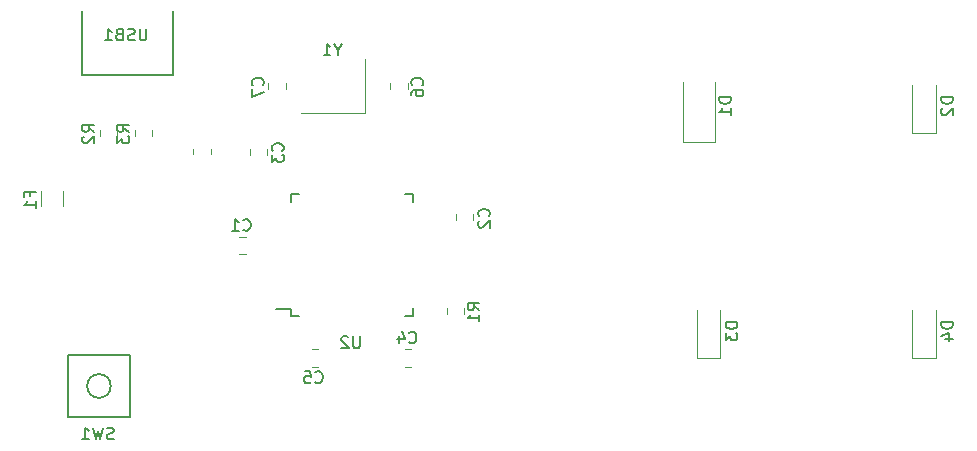
<source format=gbr>
%TF.GenerationSoftware,KiCad,Pcbnew,7.0.3*%
%TF.CreationDate,2023-05-18T14:52:35-04:00*%
%TF.ProjectId,ai03-pcb-guide,61693033-2d70-4636-922d-67756964652e,rev?*%
%TF.SameCoordinates,Original*%
%TF.FileFunction,Legend,Bot*%
%TF.FilePolarity,Positive*%
%FSLAX46Y46*%
G04 Gerber Fmt 4.6, Leading zero omitted, Abs format (unit mm)*
G04 Created by KiCad (PCBNEW 7.0.3) date 2023-05-18 14:52:35*
%MOMM*%
%LPD*%
G01*
G04 APERTURE LIST*
%ADD10C,0.150000*%
%ADD11C,0.120000*%
G04 APERTURE END LIST*
D10*
%TO.C,C1*%
X58255482Y-72498330D02*
X58303101Y-72545950D01*
X58303101Y-72545950D02*
X58445958Y-72593569D01*
X58445958Y-72593569D02*
X58541196Y-72593569D01*
X58541196Y-72593569D02*
X58684053Y-72545950D01*
X58684053Y-72545950D02*
X58779291Y-72450711D01*
X58779291Y-72450711D02*
X58826910Y-72355473D01*
X58826910Y-72355473D02*
X58874529Y-72164997D01*
X58874529Y-72164997D02*
X58874529Y-72022140D01*
X58874529Y-72022140D02*
X58826910Y-71831664D01*
X58826910Y-71831664D02*
X58779291Y-71736426D01*
X58779291Y-71736426D02*
X58684053Y-71641188D01*
X58684053Y-71641188D02*
X58541196Y-71593569D01*
X58541196Y-71593569D02*
X58445958Y-71593569D01*
X58445958Y-71593569D02*
X58303101Y-71641188D01*
X58303101Y-71641188D02*
X58255482Y-71688807D01*
X57303101Y-72593569D02*
X57874529Y-72593569D01*
X57588815Y-72593569D02*
X57588815Y-71593569D01*
X57588815Y-71593569D02*
X57684053Y-71736426D01*
X57684053Y-71736426D02*
X57779291Y-71831664D01*
X57779291Y-71831664D02*
X57874529Y-71879283D01*
%TO.C,D1*%
X99542319Y-61273089D02*
X98542319Y-61273089D01*
X98542319Y-61273089D02*
X98542319Y-61511184D01*
X98542319Y-61511184D02*
X98589938Y-61654041D01*
X98589938Y-61654041D02*
X98685176Y-61749279D01*
X98685176Y-61749279D02*
X98780414Y-61796898D01*
X98780414Y-61796898D02*
X98970890Y-61844517D01*
X98970890Y-61844517D02*
X99113747Y-61844517D01*
X99113747Y-61844517D02*
X99304223Y-61796898D01*
X99304223Y-61796898D02*
X99399461Y-61749279D01*
X99399461Y-61749279D02*
X99494700Y-61654041D01*
X99494700Y-61654041D02*
X99542319Y-61511184D01*
X99542319Y-61511184D02*
X99542319Y-61273089D01*
X99542319Y-62796898D02*
X99542319Y-62225470D01*
X99542319Y-62511184D02*
X98542319Y-62511184D01*
X98542319Y-62511184D02*
X98685176Y-62415946D01*
X98685176Y-62415946D02*
X98780414Y-62320708D01*
X98780414Y-62320708D02*
X98828033Y-62225470D01*
%TO.C,C3*%
X61570830Y-65813267D02*
X61618450Y-65765648D01*
X61618450Y-65765648D02*
X61666069Y-65622791D01*
X61666069Y-65622791D02*
X61666069Y-65527553D01*
X61666069Y-65527553D02*
X61618450Y-65384696D01*
X61618450Y-65384696D02*
X61523211Y-65289458D01*
X61523211Y-65289458D02*
X61427973Y-65241839D01*
X61427973Y-65241839D02*
X61237497Y-65194220D01*
X61237497Y-65194220D02*
X61094640Y-65194220D01*
X61094640Y-65194220D02*
X60904164Y-65241839D01*
X60904164Y-65241839D02*
X60808926Y-65289458D01*
X60808926Y-65289458D02*
X60713688Y-65384696D01*
X60713688Y-65384696D02*
X60666069Y-65527553D01*
X60666069Y-65527553D02*
X60666069Y-65622791D01*
X60666069Y-65622791D02*
X60713688Y-65765648D01*
X60713688Y-65765648D02*
X60761307Y-65813267D01*
X60666069Y-66146601D02*
X60666069Y-66765648D01*
X60666069Y-66765648D02*
X61047021Y-66432315D01*
X61047021Y-66432315D02*
X61047021Y-66575172D01*
X61047021Y-66575172D02*
X61094640Y-66670410D01*
X61094640Y-66670410D02*
X61142259Y-66718029D01*
X61142259Y-66718029D02*
X61237497Y-66765648D01*
X61237497Y-66765648D02*
X61475592Y-66765648D01*
X61475592Y-66765648D02*
X61570830Y-66718029D01*
X61570830Y-66718029D02*
X61618450Y-66670410D01*
X61618450Y-66670410D02*
X61666069Y-66575172D01*
X61666069Y-66575172D02*
X61666069Y-66289458D01*
X61666069Y-66289458D02*
X61618450Y-66194220D01*
X61618450Y-66194220D02*
X61570830Y-66146601D01*
%TO.C,C2*%
X79033330Y-71369517D02*
X79080950Y-71321898D01*
X79080950Y-71321898D02*
X79128569Y-71179041D01*
X79128569Y-71179041D02*
X79128569Y-71083803D01*
X79128569Y-71083803D02*
X79080950Y-70940946D01*
X79080950Y-70940946D02*
X78985711Y-70845708D01*
X78985711Y-70845708D02*
X78890473Y-70798089D01*
X78890473Y-70798089D02*
X78699997Y-70750470D01*
X78699997Y-70750470D02*
X78557140Y-70750470D01*
X78557140Y-70750470D02*
X78366664Y-70798089D01*
X78366664Y-70798089D02*
X78271426Y-70845708D01*
X78271426Y-70845708D02*
X78176188Y-70940946D01*
X78176188Y-70940946D02*
X78128569Y-71083803D01*
X78128569Y-71083803D02*
X78128569Y-71179041D01*
X78128569Y-71179041D02*
X78176188Y-71321898D01*
X78176188Y-71321898D02*
X78223807Y-71369517D01*
X78223807Y-71750470D02*
X78176188Y-71798089D01*
X78176188Y-71798089D02*
X78128569Y-71893327D01*
X78128569Y-71893327D02*
X78128569Y-72131422D01*
X78128569Y-72131422D02*
X78176188Y-72226660D01*
X78176188Y-72226660D02*
X78223807Y-72274279D01*
X78223807Y-72274279D02*
X78319045Y-72321898D01*
X78319045Y-72321898D02*
X78414283Y-72321898D01*
X78414283Y-72321898D02*
X78557140Y-72274279D01*
X78557140Y-72274279D02*
X79128569Y-71702851D01*
X79128569Y-71702851D02*
X79128569Y-72321898D01*
%TO.C,R2*%
X45636069Y-64225767D02*
X45159878Y-63892434D01*
X45636069Y-63654339D02*
X44636069Y-63654339D01*
X44636069Y-63654339D02*
X44636069Y-64035291D01*
X44636069Y-64035291D02*
X44683688Y-64130529D01*
X44683688Y-64130529D02*
X44731307Y-64178148D01*
X44731307Y-64178148D02*
X44826545Y-64225767D01*
X44826545Y-64225767D02*
X44969402Y-64225767D01*
X44969402Y-64225767D02*
X45064640Y-64178148D01*
X45064640Y-64178148D02*
X45112259Y-64130529D01*
X45112259Y-64130529D02*
X45159878Y-64035291D01*
X45159878Y-64035291D02*
X45159878Y-63654339D01*
X44731307Y-64606720D02*
X44683688Y-64654339D01*
X44683688Y-64654339D02*
X44636069Y-64749577D01*
X44636069Y-64749577D02*
X44636069Y-64987672D01*
X44636069Y-64987672D02*
X44683688Y-65082910D01*
X44683688Y-65082910D02*
X44731307Y-65130529D01*
X44731307Y-65130529D02*
X44826545Y-65178148D01*
X44826545Y-65178148D02*
X44921783Y-65178148D01*
X44921783Y-65178148D02*
X45064640Y-65130529D01*
X45064640Y-65130529D02*
X45636069Y-64559101D01*
X45636069Y-64559101D02*
X45636069Y-65178148D01*
%TO.C,U2*%
X68131970Y-81517319D02*
X68131970Y-82326842D01*
X68131970Y-82326842D02*
X68084351Y-82422080D01*
X68084351Y-82422080D02*
X68036732Y-82469700D01*
X68036732Y-82469700D02*
X67941494Y-82517319D01*
X67941494Y-82517319D02*
X67751018Y-82517319D01*
X67751018Y-82517319D02*
X67655780Y-82469700D01*
X67655780Y-82469700D02*
X67608161Y-82422080D01*
X67608161Y-82422080D02*
X67560542Y-82326842D01*
X67560542Y-82326842D02*
X67560542Y-81517319D01*
X67131970Y-81612557D02*
X67084351Y-81564938D01*
X67084351Y-81564938D02*
X66989113Y-81517319D01*
X66989113Y-81517319D02*
X66751018Y-81517319D01*
X66751018Y-81517319D02*
X66655780Y-81564938D01*
X66655780Y-81564938D02*
X66608161Y-81612557D01*
X66608161Y-81612557D02*
X66560542Y-81707795D01*
X66560542Y-81707795D02*
X66560542Y-81803033D01*
X66560542Y-81803033D02*
X66608161Y-81945890D01*
X66608161Y-81945890D02*
X67179589Y-82517319D01*
X67179589Y-82517319D02*
X66560542Y-82517319D01*
%TO.C,R3*%
X48586069Y-64225767D02*
X48109878Y-63892434D01*
X48586069Y-63654339D02*
X47586069Y-63654339D01*
X47586069Y-63654339D02*
X47586069Y-64035291D01*
X47586069Y-64035291D02*
X47633688Y-64130529D01*
X47633688Y-64130529D02*
X47681307Y-64178148D01*
X47681307Y-64178148D02*
X47776545Y-64225767D01*
X47776545Y-64225767D02*
X47919402Y-64225767D01*
X47919402Y-64225767D02*
X48014640Y-64178148D01*
X48014640Y-64178148D02*
X48062259Y-64130529D01*
X48062259Y-64130529D02*
X48109878Y-64035291D01*
X48109878Y-64035291D02*
X48109878Y-63654339D01*
X47586069Y-64559101D02*
X47586069Y-65178148D01*
X47586069Y-65178148D02*
X47967021Y-64844815D01*
X47967021Y-64844815D02*
X47967021Y-64987672D01*
X47967021Y-64987672D02*
X48014640Y-65082910D01*
X48014640Y-65082910D02*
X48062259Y-65130529D01*
X48062259Y-65130529D02*
X48157497Y-65178148D01*
X48157497Y-65178148D02*
X48395592Y-65178148D01*
X48395592Y-65178148D02*
X48490830Y-65130529D01*
X48490830Y-65130529D02*
X48538450Y-65082910D01*
X48538450Y-65082910D02*
X48586069Y-64987672D01*
X48586069Y-64987672D02*
X48586069Y-64701958D01*
X48586069Y-64701958D02*
X48538450Y-64606720D01*
X48538450Y-64606720D02*
X48490830Y-64559101D01*
%TO.C,R1*%
X78242319Y-79307017D02*
X77766128Y-78973684D01*
X78242319Y-78735589D02*
X77242319Y-78735589D01*
X77242319Y-78735589D02*
X77242319Y-79116541D01*
X77242319Y-79116541D02*
X77289938Y-79211779D01*
X77289938Y-79211779D02*
X77337557Y-79259398D01*
X77337557Y-79259398D02*
X77432795Y-79307017D01*
X77432795Y-79307017D02*
X77575652Y-79307017D01*
X77575652Y-79307017D02*
X77670890Y-79259398D01*
X77670890Y-79259398D02*
X77718509Y-79211779D01*
X77718509Y-79211779D02*
X77766128Y-79116541D01*
X77766128Y-79116541D02*
X77766128Y-78735589D01*
X78242319Y-80259398D02*
X78242319Y-79687970D01*
X78242319Y-79973684D02*
X77242319Y-79973684D01*
X77242319Y-79973684D02*
X77385176Y-79878446D01*
X77385176Y-79878446D02*
X77480414Y-79783208D01*
X77480414Y-79783208D02*
X77528033Y-79687970D01*
%TO.C,D4*%
X118342319Y-80323089D02*
X117342319Y-80323089D01*
X117342319Y-80323089D02*
X117342319Y-80561184D01*
X117342319Y-80561184D02*
X117389938Y-80704041D01*
X117389938Y-80704041D02*
X117485176Y-80799279D01*
X117485176Y-80799279D02*
X117580414Y-80846898D01*
X117580414Y-80846898D02*
X117770890Y-80894517D01*
X117770890Y-80894517D02*
X117913747Y-80894517D01*
X117913747Y-80894517D02*
X118104223Y-80846898D01*
X118104223Y-80846898D02*
X118199461Y-80799279D01*
X118199461Y-80799279D02*
X118294700Y-80704041D01*
X118294700Y-80704041D02*
X118342319Y-80561184D01*
X118342319Y-80561184D02*
X118342319Y-80323089D01*
X117675652Y-81751660D02*
X118342319Y-81751660D01*
X117294700Y-81513565D02*
X118008985Y-81275470D01*
X118008985Y-81275470D02*
X118008985Y-81894517D01*
%TO.C,F1*%
X40179759Y-69615350D02*
X40179759Y-69282017D01*
X40703569Y-69282017D02*
X39703569Y-69282017D01*
X39703569Y-69282017D02*
X39703569Y-69758207D01*
X40703569Y-70662969D02*
X40703569Y-70091541D01*
X40703569Y-70377255D02*
X39703569Y-70377255D01*
X39703569Y-70377255D02*
X39846426Y-70282017D01*
X39846426Y-70282017D02*
X39941664Y-70186779D01*
X39941664Y-70186779D02*
X39989283Y-70091541D01*
%TO.C,SW1*%
X47272148Y-90196200D02*
X47129291Y-90243819D01*
X47129291Y-90243819D02*
X46891196Y-90243819D01*
X46891196Y-90243819D02*
X46795958Y-90196200D01*
X46795958Y-90196200D02*
X46748339Y-90148580D01*
X46748339Y-90148580D02*
X46700720Y-90053342D01*
X46700720Y-90053342D02*
X46700720Y-89958104D01*
X46700720Y-89958104D02*
X46748339Y-89862866D01*
X46748339Y-89862866D02*
X46795958Y-89815247D01*
X46795958Y-89815247D02*
X46891196Y-89767628D01*
X46891196Y-89767628D02*
X47081672Y-89720009D01*
X47081672Y-89720009D02*
X47176910Y-89672390D01*
X47176910Y-89672390D02*
X47224529Y-89624771D01*
X47224529Y-89624771D02*
X47272148Y-89529533D01*
X47272148Y-89529533D02*
X47272148Y-89434295D01*
X47272148Y-89434295D02*
X47224529Y-89339057D01*
X47224529Y-89339057D02*
X47176910Y-89291438D01*
X47176910Y-89291438D02*
X47081672Y-89243819D01*
X47081672Y-89243819D02*
X46843577Y-89243819D01*
X46843577Y-89243819D02*
X46700720Y-89291438D01*
X46367386Y-89243819D02*
X46129291Y-90243819D01*
X46129291Y-90243819D02*
X45938815Y-89529533D01*
X45938815Y-89529533D02*
X45748339Y-90243819D01*
X45748339Y-90243819D02*
X45510244Y-89243819D01*
X44605482Y-90243819D02*
X45176910Y-90243819D01*
X44891196Y-90243819D02*
X44891196Y-89243819D01*
X44891196Y-89243819D02*
X44986434Y-89386676D01*
X44986434Y-89386676D02*
X45081672Y-89481914D01*
X45081672Y-89481914D02*
X45176910Y-89529533D01*
%TO.C,C7*%
X59890830Y-60257017D02*
X59938450Y-60209398D01*
X59938450Y-60209398D02*
X59986069Y-60066541D01*
X59986069Y-60066541D02*
X59986069Y-59971303D01*
X59986069Y-59971303D02*
X59938450Y-59828446D01*
X59938450Y-59828446D02*
X59843211Y-59733208D01*
X59843211Y-59733208D02*
X59747973Y-59685589D01*
X59747973Y-59685589D02*
X59557497Y-59637970D01*
X59557497Y-59637970D02*
X59414640Y-59637970D01*
X59414640Y-59637970D02*
X59224164Y-59685589D01*
X59224164Y-59685589D02*
X59128926Y-59733208D01*
X59128926Y-59733208D02*
X59033688Y-59828446D01*
X59033688Y-59828446D02*
X58986069Y-59971303D01*
X58986069Y-59971303D02*
X58986069Y-60066541D01*
X58986069Y-60066541D02*
X59033688Y-60209398D01*
X59033688Y-60209398D02*
X59081307Y-60257017D01*
X58986069Y-60590351D02*
X58986069Y-61257017D01*
X58986069Y-61257017D02*
X59986069Y-60828446D01*
%TO.C,D2*%
X118342319Y-61273089D02*
X117342319Y-61273089D01*
X117342319Y-61273089D02*
X117342319Y-61511184D01*
X117342319Y-61511184D02*
X117389938Y-61654041D01*
X117389938Y-61654041D02*
X117485176Y-61749279D01*
X117485176Y-61749279D02*
X117580414Y-61796898D01*
X117580414Y-61796898D02*
X117770890Y-61844517D01*
X117770890Y-61844517D02*
X117913747Y-61844517D01*
X117913747Y-61844517D02*
X118104223Y-61796898D01*
X118104223Y-61796898D02*
X118199461Y-61749279D01*
X118199461Y-61749279D02*
X118294700Y-61654041D01*
X118294700Y-61654041D02*
X118342319Y-61511184D01*
X118342319Y-61511184D02*
X118342319Y-61273089D01*
X117437557Y-62225470D02*
X117389938Y-62273089D01*
X117389938Y-62273089D02*
X117342319Y-62368327D01*
X117342319Y-62368327D02*
X117342319Y-62606422D01*
X117342319Y-62606422D02*
X117389938Y-62701660D01*
X117389938Y-62701660D02*
X117437557Y-62749279D01*
X117437557Y-62749279D02*
X117532795Y-62796898D01*
X117532795Y-62796898D02*
X117628033Y-62796898D01*
X117628033Y-62796898D02*
X117770890Y-62749279D01*
X117770890Y-62749279D02*
X118342319Y-62177851D01*
X118342319Y-62177851D02*
X118342319Y-62796898D01*
%TO.C,C6*%
X73384580Y-60257017D02*
X73432200Y-60209398D01*
X73432200Y-60209398D02*
X73479819Y-60066541D01*
X73479819Y-60066541D02*
X73479819Y-59971303D01*
X73479819Y-59971303D02*
X73432200Y-59828446D01*
X73432200Y-59828446D02*
X73336961Y-59733208D01*
X73336961Y-59733208D02*
X73241723Y-59685589D01*
X73241723Y-59685589D02*
X73051247Y-59637970D01*
X73051247Y-59637970D02*
X72908390Y-59637970D01*
X72908390Y-59637970D02*
X72717914Y-59685589D01*
X72717914Y-59685589D02*
X72622676Y-59733208D01*
X72622676Y-59733208D02*
X72527438Y-59828446D01*
X72527438Y-59828446D02*
X72479819Y-59971303D01*
X72479819Y-59971303D02*
X72479819Y-60066541D01*
X72479819Y-60066541D02*
X72527438Y-60209398D01*
X72527438Y-60209398D02*
X72575057Y-60257017D01*
X72479819Y-61114160D02*
X72479819Y-60923684D01*
X72479819Y-60923684D02*
X72527438Y-60828446D01*
X72527438Y-60828446D02*
X72575057Y-60780827D01*
X72575057Y-60780827D02*
X72717914Y-60685589D01*
X72717914Y-60685589D02*
X72908390Y-60637970D01*
X72908390Y-60637970D02*
X73289342Y-60637970D01*
X73289342Y-60637970D02*
X73384580Y-60685589D01*
X73384580Y-60685589D02*
X73432200Y-60733208D01*
X73432200Y-60733208D02*
X73479819Y-60828446D01*
X73479819Y-60828446D02*
X73479819Y-61018922D01*
X73479819Y-61018922D02*
X73432200Y-61114160D01*
X73432200Y-61114160D02*
X73384580Y-61161779D01*
X73384580Y-61161779D02*
X73289342Y-61209398D01*
X73289342Y-61209398D02*
X73051247Y-61209398D01*
X73051247Y-61209398D02*
X72956009Y-61161779D01*
X72956009Y-61161779D02*
X72908390Y-61114160D01*
X72908390Y-61114160D02*
X72860771Y-61018922D01*
X72860771Y-61018922D02*
X72860771Y-60828446D01*
X72860771Y-60828446D02*
X72908390Y-60733208D01*
X72908390Y-60733208D02*
X72956009Y-60685589D01*
X72956009Y-60685589D02*
X73051247Y-60637970D01*
%TO.C,D3*%
X100086069Y-80323089D02*
X99086069Y-80323089D01*
X99086069Y-80323089D02*
X99086069Y-80561184D01*
X99086069Y-80561184D02*
X99133688Y-80704041D01*
X99133688Y-80704041D02*
X99228926Y-80799279D01*
X99228926Y-80799279D02*
X99324164Y-80846898D01*
X99324164Y-80846898D02*
X99514640Y-80894517D01*
X99514640Y-80894517D02*
X99657497Y-80894517D01*
X99657497Y-80894517D02*
X99847973Y-80846898D01*
X99847973Y-80846898D02*
X99943211Y-80799279D01*
X99943211Y-80799279D02*
X100038450Y-80704041D01*
X100038450Y-80704041D02*
X100086069Y-80561184D01*
X100086069Y-80561184D02*
X100086069Y-80323089D01*
X99086069Y-81227851D02*
X99086069Y-81846898D01*
X99086069Y-81846898D02*
X99467021Y-81513565D01*
X99467021Y-81513565D02*
X99467021Y-81656422D01*
X99467021Y-81656422D02*
X99514640Y-81751660D01*
X99514640Y-81751660D02*
X99562259Y-81799279D01*
X99562259Y-81799279D02*
X99657497Y-81846898D01*
X99657497Y-81846898D02*
X99895592Y-81846898D01*
X99895592Y-81846898D02*
X99990830Y-81799279D01*
X99990830Y-81799279D02*
X100038450Y-81751660D01*
X100038450Y-81751660D02*
X100086069Y-81656422D01*
X100086069Y-81656422D02*
X100086069Y-81370708D01*
X100086069Y-81370708D02*
X100038450Y-81275470D01*
X100038450Y-81275470D02*
X99990830Y-81227851D01*
%TO.C,Y1*%
X66258756Y-57253628D02*
X66258756Y-57729819D01*
X66592089Y-56729819D02*
X66258756Y-57253628D01*
X66258756Y-57253628D02*
X65925423Y-56729819D01*
X65068280Y-57729819D02*
X65639708Y-57729819D01*
X65353994Y-57729819D02*
X65353994Y-56729819D01*
X65353994Y-56729819D02*
X65449232Y-56872676D01*
X65449232Y-56872676D02*
X65544470Y-56967914D01*
X65544470Y-56967914D02*
X65639708Y-57015533D01*
%TO.C,C5*%
X64361732Y-85383330D02*
X64409351Y-85430950D01*
X64409351Y-85430950D02*
X64552208Y-85478569D01*
X64552208Y-85478569D02*
X64647446Y-85478569D01*
X64647446Y-85478569D02*
X64790303Y-85430950D01*
X64790303Y-85430950D02*
X64885541Y-85335711D01*
X64885541Y-85335711D02*
X64933160Y-85240473D01*
X64933160Y-85240473D02*
X64980779Y-85049997D01*
X64980779Y-85049997D02*
X64980779Y-84907140D01*
X64980779Y-84907140D02*
X64933160Y-84716664D01*
X64933160Y-84716664D02*
X64885541Y-84621426D01*
X64885541Y-84621426D02*
X64790303Y-84526188D01*
X64790303Y-84526188D02*
X64647446Y-84478569D01*
X64647446Y-84478569D02*
X64552208Y-84478569D01*
X64552208Y-84478569D02*
X64409351Y-84526188D01*
X64409351Y-84526188D02*
X64361732Y-84573807D01*
X63456970Y-84478569D02*
X63933160Y-84478569D01*
X63933160Y-84478569D02*
X63980779Y-84954759D01*
X63980779Y-84954759D02*
X63933160Y-84907140D01*
X63933160Y-84907140D02*
X63837922Y-84859521D01*
X63837922Y-84859521D02*
X63599827Y-84859521D01*
X63599827Y-84859521D02*
X63504589Y-84907140D01*
X63504589Y-84907140D02*
X63456970Y-84954759D01*
X63456970Y-84954759D02*
X63409351Y-85049997D01*
X63409351Y-85049997D02*
X63409351Y-85288092D01*
X63409351Y-85288092D02*
X63456970Y-85383330D01*
X63456970Y-85383330D02*
X63504589Y-85430950D01*
X63504589Y-85430950D02*
X63599827Y-85478569D01*
X63599827Y-85478569D02*
X63837922Y-85478569D01*
X63837922Y-85478569D02*
X63933160Y-85430950D01*
X63933160Y-85430950D02*
X63980779Y-85383330D01*
%TO.C,C4*%
X72299232Y-82023330D02*
X72346851Y-82070950D01*
X72346851Y-82070950D02*
X72489708Y-82118569D01*
X72489708Y-82118569D02*
X72584946Y-82118569D01*
X72584946Y-82118569D02*
X72727803Y-82070950D01*
X72727803Y-82070950D02*
X72823041Y-81975711D01*
X72823041Y-81975711D02*
X72870660Y-81880473D01*
X72870660Y-81880473D02*
X72918279Y-81689997D01*
X72918279Y-81689997D02*
X72918279Y-81547140D01*
X72918279Y-81547140D02*
X72870660Y-81356664D01*
X72870660Y-81356664D02*
X72823041Y-81261426D01*
X72823041Y-81261426D02*
X72727803Y-81166188D01*
X72727803Y-81166188D02*
X72584946Y-81118569D01*
X72584946Y-81118569D02*
X72489708Y-81118569D01*
X72489708Y-81118569D02*
X72346851Y-81166188D01*
X72346851Y-81166188D02*
X72299232Y-81213807D01*
X71442089Y-81451902D02*
X71442089Y-82118569D01*
X71680184Y-81070950D02*
X71918279Y-81785235D01*
X71918279Y-81785235D02*
X71299232Y-81785235D01*
%TO.C,USB1*%
X50058160Y-55461819D02*
X50058160Y-56271342D01*
X50058160Y-56271342D02*
X50010541Y-56366580D01*
X50010541Y-56366580D02*
X49962922Y-56414200D01*
X49962922Y-56414200D02*
X49867684Y-56461819D01*
X49867684Y-56461819D02*
X49677208Y-56461819D01*
X49677208Y-56461819D02*
X49581970Y-56414200D01*
X49581970Y-56414200D02*
X49534351Y-56366580D01*
X49534351Y-56366580D02*
X49486732Y-56271342D01*
X49486732Y-56271342D02*
X49486732Y-55461819D01*
X49058160Y-56414200D02*
X48915303Y-56461819D01*
X48915303Y-56461819D02*
X48677208Y-56461819D01*
X48677208Y-56461819D02*
X48581970Y-56414200D01*
X48581970Y-56414200D02*
X48534351Y-56366580D01*
X48534351Y-56366580D02*
X48486732Y-56271342D01*
X48486732Y-56271342D02*
X48486732Y-56176104D01*
X48486732Y-56176104D02*
X48534351Y-56080866D01*
X48534351Y-56080866D02*
X48581970Y-56033247D01*
X48581970Y-56033247D02*
X48677208Y-55985628D01*
X48677208Y-55985628D02*
X48867684Y-55938009D01*
X48867684Y-55938009D02*
X48962922Y-55890390D01*
X48962922Y-55890390D02*
X49010541Y-55842771D01*
X49010541Y-55842771D02*
X49058160Y-55747533D01*
X49058160Y-55747533D02*
X49058160Y-55652295D01*
X49058160Y-55652295D02*
X49010541Y-55557057D01*
X49010541Y-55557057D02*
X48962922Y-55509438D01*
X48962922Y-55509438D02*
X48867684Y-55461819D01*
X48867684Y-55461819D02*
X48629589Y-55461819D01*
X48629589Y-55461819D02*
X48486732Y-55509438D01*
X47724827Y-55938009D02*
X47581970Y-55985628D01*
X47581970Y-55985628D02*
X47534351Y-56033247D01*
X47534351Y-56033247D02*
X47486732Y-56128485D01*
X47486732Y-56128485D02*
X47486732Y-56271342D01*
X47486732Y-56271342D02*
X47534351Y-56366580D01*
X47534351Y-56366580D02*
X47581970Y-56414200D01*
X47581970Y-56414200D02*
X47677208Y-56461819D01*
X47677208Y-56461819D02*
X48058160Y-56461819D01*
X48058160Y-56461819D02*
X48058160Y-55461819D01*
X48058160Y-55461819D02*
X47724827Y-55461819D01*
X47724827Y-55461819D02*
X47629589Y-55509438D01*
X47629589Y-55509438D02*
X47581970Y-55557057D01*
X47581970Y-55557057D02*
X47534351Y-55652295D01*
X47534351Y-55652295D02*
X47534351Y-55747533D01*
X47534351Y-55747533D02*
X47581970Y-55842771D01*
X47581970Y-55842771D02*
X47629589Y-55890390D01*
X47629589Y-55890390D02*
X47724827Y-55938009D01*
X47724827Y-55938009D02*
X48058160Y-55938009D01*
X46534351Y-56461819D02*
X47105779Y-56461819D01*
X46820065Y-56461819D02*
X46820065Y-55461819D01*
X46820065Y-55461819D02*
X46915303Y-55604676D01*
X46915303Y-55604676D02*
X47010541Y-55699914D01*
X47010541Y-55699914D02*
X47105779Y-55747533D01*
D11*
%TO.C,C1*%
X58448752Y-73083750D02*
X57926248Y-73083750D01*
X58448752Y-74553750D02*
X57926248Y-74553750D01*
%TO.C,D1*%
X95477500Y-65072500D02*
X95477500Y-60012500D01*
X98197500Y-65072500D02*
X95477500Y-65072500D01*
X98197500Y-65072500D02*
X98197500Y-60012500D01*
%TO.C,C3*%
X58796250Y-66142502D02*
X58796250Y-65619998D01*
X60266250Y-66142502D02*
X60266250Y-65619998D01*
%TO.C,C2*%
X76258750Y-71698752D02*
X76258750Y-71176248D01*
X77728750Y-71698752D02*
X77728750Y-71176248D01*
%TO.C,R2*%
X47566250Y-64066686D02*
X47566250Y-64520814D01*
X46096250Y-64066686D02*
X46096250Y-64520814D01*
D10*
%TO.C,U2*%
X62293750Y-69437500D02*
X62293750Y-70112500D01*
X62293750Y-69437500D02*
X62968750Y-69437500D01*
X62293750Y-79212500D02*
X61018750Y-79212500D01*
X62293750Y-79787500D02*
X62293750Y-79212500D01*
X62293750Y-79787500D02*
X62968750Y-79787500D01*
X72643750Y-69437500D02*
X71968750Y-69437500D01*
X72643750Y-69437500D02*
X72643750Y-70112500D01*
X72643750Y-79787500D02*
X71968750Y-79787500D01*
X72643750Y-79787500D02*
X72643750Y-79112500D01*
D11*
%TO.C,R3*%
X50516250Y-64066686D02*
X50516250Y-64520814D01*
X49046250Y-64066686D02*
X49046250Y-64520814D01*
%TO.C,R1*%
X76935000Y-79147936D02*
X76935000Y-79602064D01*
X75465000Y-79147936D02*
X75465000Y-79602064D01*
%TO.C,D4*%
X114887500Y-83322500D02*
X114887500Y-79312500D01*
X116887500Y-83322500D02*
X114887500Y-83322500D01*
X116887500Y-83322500D02*
X116887500Y-79312500D01*
%TO.C,F1*%
X42978750Y-69247936D02*
X42978750Y-70452064D01*
X41158750Y-69247936D02*
X41158750Y-70452064D01*
D10*
%TO.C,SW1*%
X48637500Y-88325000D02*
X48637500Y-83125000D01*
X48637500Y-83125000D02*
X43437500Y-83125000D01*
X43437500Y-88325000D02*
X48637500Y-88325000D01*
X43437500Y-83125000D02*
X43437500Y-88325000D01*
X47037500Y-85725000D02*
G75*
G03*
X47037500Y-85725000I-1000000J0D01*
G01*
D11*
%TO.C,C7*%
X60383750Y-60586252D02*
X60383750Y-60063748D01*
X61853750Y-60586252D02*
X61853750Y-60063748D01*
%TO.C,D2*%
X114887500Y-64272500D02*
X114887500Y-60262500D01*
X116887500Y-64272500D02*
X114887500Y-64272500D01*
X116887500Y-64272500D02*
X116887500Y-60262500D01*
%TO.C,C6*%
X72172500Y-60063748D02*
X72172500Y-60586252D01*
X70702500Y-60063748D02*
X70702500Y-60586252D01*
%TO.C,D3*%
X96631250Y-83322500D02*
X96631250Y-79312500D01*
X98631250Y-83322500D02*
X96631250Y-83322500D01*
X98631250Y-83322500D02*
X98631250Y-79312500D01*
%TO.C,Y1*%
X68581250Y-62575000D02*
X63181250Y-62575000D01*
X68581250Y-58075000D02*
X68581250Y-62575000D01*
%TO.C,C5*%
X64032498Y-82608750D02*
X64555002Y-82608750D01*
X64032498Y-84078750D02*
X64555002Y-84078750D01*
%TO.C,R4*%
X55503750Y-65654186D02*
X55503750Y-66108314D01*
X54033750Y-65654186D02*
X54033750Y-66108314D01*
%TO.C,C4*%
X72492502Y-84078750D02*
X71969998Y-84078750D01*
X72492502Y-82608750D02*
X71969998Y-82608750D01*
D10*
%TO.C,USB1*%
X52268750Y-53975000D02*
X52268750Y-59425000D01*
X44568750Y-53975000D02*
X44568750Y-59425000D01*
X44568750Y-59425000D02*
X52268750Y-59425000D01*
%TD*%
M02*

</source>
